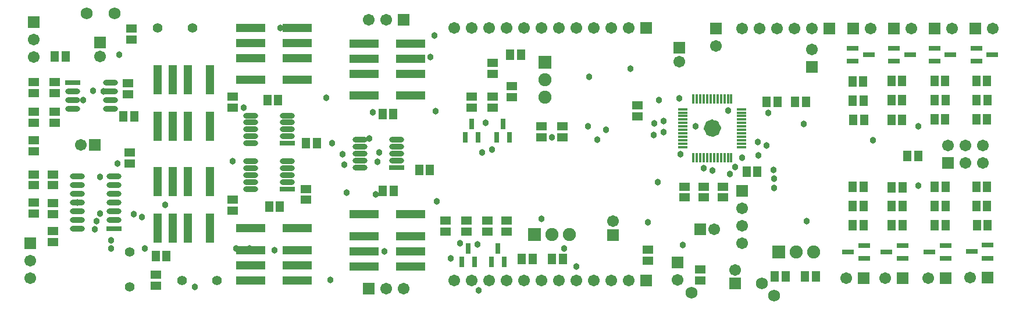
<source format=gts>
G04*
G04 #@! TF.GenerationSoftware,Altium Limited,Altium Designer,18.1.9 (240)*
G04*
G04 Layer_Color=8388736*
%FSLAX25Y25*%
%MOIN*%
G70*
G01*
G75*
%ADD15C,0.05000*%
%ADD16R,0.08674X0.03162*%
%ADD17O,0.08674X0.03162*%
%ADD18R,0.05800X0.01750*%
%ADD19R,0.01750X0.05800*%
%ADD20O,0.04737X0.04737*%
%ADD21O,0.08674X0.03084*%
%ADD22R,0.08674X0.03084*%
%ADD23R,0.05050X0.06000*%
%ADD24R,0.04737X0.05918*%
%ADD25R,0.04737X0.16548*%
%ADD26R,0.16548X0.04737*%
%ADD27R,0.06000X0.05050*%
%ADD28R,0.05918X0.04737*%
%ADD29R,0.06509X0.03162*%
%ADD30R,0.03162X0.06312*%
%ADD31C,0.06800*%
%ADD32C,0.07493*%
%ADD33R,0.07493X0.07493*%
%ADD34R,0.06706X0.06706*%
%ADD35C,0.06706*%
%ADD36R,0.06706X0.06706*%
%ADD37R,0.07493X0.07493*%
%ADD38C,0.05524*%
%ADD39C,0.03800*%
D15*
X404000Y104264D02*
G03*
X404000Y104264I-2500J0D01*
G01*
D16*
X34925Y130413D02*
D03*
D17*
Y125413D02*
D03*
Y120413D02*
D03*
Y115413D02*
D03*
X56500Y130413D02*
D03*
Y125413D02*
D03*
Y120413D02*
D03*
Y115413D02*
D03*
D18*
X418331Y115091D02*
D03*
Y113122D02*
D03*
Y111153D02*
D03*
Y107217D02*
D03*
Y109185D02*
D03*
Y105248D02*
D03*
Y103279D02*
D03*
Y99343D02*
D03*
Y101311D02*
D03*
Y97374D02*
D03*
Y95406D02*
D03*
Y93437D02*
D03*
X384669Y113122D02*
D03*
Y115091D02*
D03*
Y109185D02*
D03*
Y111153D02*
D03*
Y107217D02*
D03*
Y105248D02*
D03*
Y101311D02*
D03*
Y99343D02*
D03*
Y103279D02*
D03*
Y97374D02*
D03*
Y95406D02*
D03*
Y93437D02*
D03*
D19*
X412327Y121095D02*
D03*
X410358D02*
D03*
X406421D02*
D03*
X408390D02*
D03*
X402484D02*
D03*
X404453D02*
D03*
X410358Y87433D02*
D03*
X412327D02*
D03*
X408390D02*
D03*
X406421D02*
D03*
X404453D02*
D03*
X402484D02*
D03*
X398547Y121095D02*
D03*
X400516D02*
D03*
X392642D02*
D03*
X394610D02*
D03*
X390673D02*
D03*
X396579D02*
D03*
X400516Y87433D02*
D03*
X398547D02*
D03*
X396579D02*
D03*
X390673D02*
D03*
X394610D02*
D03*
X392642D02*
D03*
D20*
X401500Y104264D02*
D03*
D21*
X220421Y89638D02*
D03*
Y85701D02*
D03*
Y97512D02*
D03*
Y93575D02*
D03*
X199555Y97512D02*
D03*
Y93575D02*
D03*
Y89638D02*
D03*
Y85701D02*
D03*
Y81764D02*
D03*
X37500Y76559D02*
D03*
Y71559D02*
D03*
Y66559D02*
D03*
Y61559D02*
D03*
Y56559D02*
D03*
Y51559D02*
D03*
Y46559D02*
D03*
X58445Y76559D02*
D03*
Y71559D02*
D03*
Y66559D02*
D03*
Y61559D02*
D03*
Y56559D02*
D03*
Y51559D02*
D03*
X157831Y99638D02*
D03*
Y103575D02*
D03*
Y107512D02*
D03*
Y111449D02*
D03*
X136965Y95701D02*
D03*
Y99638D02*
D03*
Y103575D02*
D03*
Y107512D02*
D03*
Y111449D02*
D03*
X157831Y73390D02*
D03*
Y77327D02*
D03*
Y81264D02*
D03*
Y85201D02*
D03*
X136965Y69453D02*
D03*
Y73390D02*
D03*
Y77327D02*
D03*
Y81264D02*
D03*
Y85201D02*
D03*
D22*
X220421Y81764D02*
D03*
X58445Y46559D02*
D03*
X157831Y95701D02*
D03*
Y69453D02*
D03*
D23*
X239625Y80264D02*
D03*
X233375D02*
D03*
X519500Y88311D02*
D03*
X513250D02*
D03*
X488250Y48524D02*
D03*
X482000D02*
D03*
X488250Y59524D02*
D03*
X482000D02*
D03*
X488250Y70524D02*
D03*
X482000D02*
D03*
X510500Y48524D02*
D03*
X504250D02*
D03*
X510500Y59524D02*
D03*
X504250D02*
D03*
X510500Y70264D02*
D03*
X504250D02*
D03*
X535064Y48783D02*
D03*
X528814D02*
D03*
X535126Y59524D02*
D03*
X528876D02*
D03*
X535126Y70524D02*
D03*
X528876D02*
D03*
X559314Y48783D02*
D03*
X553064D02*
D03*
X558939Y59784D02*
D03*
X552689D02*
D03*
X558939Y70524D02*
D03*
X552689D02*
D03*
X528689Y131264D02*
D03*
X534939D02*
D03*
X528814Y120264D02*
D03*
X535064D02*
D03*
X528689Y109264D02*
D03*
X534939D02*
D03*
X552689Y131264D02*
D03*
X558939D02*
D03*
X552862Y120264D02*
D03*
X559112D02*
D03*
X552689Y109264D02*
D03*
X558939D02*
D03*
X482100Y109004D02*
D03*
X488350D02*
D03*
X481762Y131004D02*
D03*
X488012D02*
D03*
X481887Y120004D02*
D03*
X488137D02*
D03*
X504076Y120264D02*
D03*
X510326D02*
D03*
X504076Y109004D02*
D03*
X510326D02*
D03*
X504076Y131264D02*
D03*
X510326D02*
D03*
X30750Y145264D02*
D03*
X24500D02*
D03*
X454500Y19264D02*
D03*
X460750D02*
D03*
X443500D02*
D03*
X437250D02*
D03*
X455113Y119264D02*
D03*
X448863D02*
D03*
X421057Y79282D02*
D03*
X427307D02*
D03*
X438750Y119264D02*
D03*
X432500D02*
D03*
X298500Y29264D02*
D03*
X292250D02*
D03*
X309500D02*
D03*
X315750D02*
D03*
X285500Y146264D02*
D03*
X291750D02*
D03*
X88625Y30959D02*
D03*
X82375D02*
D03*
D24*
X174799Y95701D02*
D03*
X168500D02*
D03*
X212350Y112264D02*
D03*
X218650D02*
D03*
X146350Y120264D02*
D03*
X152650D02*
D03*
X153650Y59264D02*
D03*
X147350D02*
D03*
X218799Y68264D02*
D03*
X212500D02*
D03*
X70150Y111000D02*
D03*
X63850D02*
D03*
D25*
X113500Y131843D02*
D03*
X100902D02*
D03*
X92240D02*
D03*
X83579D02*
D03*
Y105307D02*
D03*
X92240D02*
D03*
X100902D02*
D03*
X113500D02*
D03*
Y73524D02*
D03*
X100902D02*
D03*
X92240D02*
D03*
X83579D02*
D03*
Y46988D02*
D03*
X92240D02*
D03*
X100902D02*
D03*
X113500D02*
D03*
D26*
X228421Y122867D02*
D03*
Y135466D02*
D03*
Y144127D02*
D03*
Y152788D02*
D03*
X201886D02*
D03*
Y144127D02*
D03*
Y135466D02*
D03*
Y122867D02*
D03*
Y54988D02*
D03*
Y42390D02*
D03*
Y33728D02*
D03*
Y25067D02*
D03*
X228421D02*
D03*
Y33728D02*
D03*
Y42390D02*
D03*
Y54988D02*
D03*
X136965Y46988D02*
D03*
Y34390D02*
D03*
Y25728D02*
D03*
Y17067D02*
D03*
X163500D02*
D03*
Y25728D02*
D03*
Y34390D02*
D03*
Y46988D02*
D03*
Y131843D02*
D03*
Y144441D02*
D03*
Y153102D02*
D03*
Y161764D02*
D03*
X136965D02*
D03*
Y153102D02*
D03*
Y144441D02*
D03*
Y131843D02*
D03*
D27*
X68500Y161264D02*
D03*
Y155014D02*
D03*
X23500Y77809D02*
D03*
Y71559D02*
D03*
X12500Y97264D02*
D03*
Y91014D02*
D03*
X66400Y123775D02*
D03*
Y130025D02*
D03*
X12500Y130538D02*
D03*
Y124288D02*
D03*
Y113538D02*
D03*
Y107288D02*
D03*
X24500Y130538D02*
D03*
Y124288D02*
D03*
Y113538D02*
D03*
Y107288D02*
D03*
X283500Y45014D02*
D03*
Y51264D02*
D03*
X394500Y17067D02*
D03*
Y23317D02*
D03*
X407500Y70809D02*
D03*
Y64559D02*
D03*
X385500Y70809D02*
D03*
Y64559D02*
D03*
X358500Y111014D02*
D03*
Y117264D02*
D03*
X396500Y64559D02*
D03*
Y70809D02*
D03*
X248500Y51264D02*
D03*
Y45014D02*
D03*
X272500Y51264D02*
D03*
Y45014D02*
D03*
X260500Y51264D02*
D03*
Y45014D02*
D03*
X364500Y34514D02*
D03*
Y28264D02*
D03*
X303500Y105389D02*
D03*
Y99139D02*
D03*
X315500Y105389D02*
D03*
Y99139D02*
D03*
X275500Y135264D02*
D03*
Y141514D02*
D03*
X286500Y122014D02*
D03*
Y128264D02*
D03*
X263500Y122264D02*
D03*
Y116014D02*
D03*
X275500Y122264D02*
D03*
Y116014D02*
D03*
X82500Y14014D02*
D03*
Y20264D02*
D03*
X23500Y61310D02*
D03*
Y55060D02*
D03*
Y45248D02*
D03*
Y38998D02*
D03*
X12500Y77809D02*
D03*
Y71559D02*
D03*
Y55309D02*
D03*
Y61559D02*
D03*
D28*
X168500Y63153D02*
D03*
Y69453D02*
D03*
X126500Y116114D02*
D03*
Y122413D02*
D03*
Y57114D02*
D03*
Y63413D02*
D03*
X67500Y83965D02*
D03*
Y90264D02*
D03*
D29*
X488350Y29524D02*
D03*
Y37004D02*
D03*
X479098Y33264D02*
D03*
X510500Y29524D02*
D03*
Y37004D02*
D03*
X501248Y33264D02*
D03*
X535126Y29524D02*
D03*
Y37004D02*
D03*
X525874Y33264D02*
D03*
X559314Y29783D02*
D03*
Y37264D02*
D03*
X550062Y33524D02*
D03*
X528689Y150004D02*
D03*
Y142524D02*
D03*
X537941Y146264D02*
D03*
X552689Y150004D02*
D03*
Y142524D02*
D03*
X561941Y146264D02*
D03*
X481973Y150004D02*
D03*
Y142524D02*
D03*
X491225Y146264D02*
D03*
X505450Y150004D02*
D03*
Y142524D02*
D03*
X514702Y146264D02*
D03*
D30*
X278500Y35264D02*
D03*
X282240Y27784D02*
D03*
X274760D02*
D03*
X261500Y35264D02*
D03*
X265240Y27784D02*
D03*
X257760D02*
D03*
X263500Y106565D02*
D03*
X267240Y99085D02*
D03*
X259760D02*
D03*
X281500Y106565D02*
D03*
X285240Y99085D02*
D03*
X277760D02*
D03*
D31*
X59000Y170000D02*
D03*
X43000D02*
D03*
X389350Y10000D02*
D03*
X437000Y8264D02*
D03*
X429783Y15264D02*
D03*
D32*
X459500Y33264D02*
D03*
X449500D02*
D03*
X319500Y43264D02*
D03*
X309500D02*
D03*
X305500Y121843D02*
D03*
Y131843D02*
D03*
D33*
X439500Y33264D02*
D03*
X299500Y43264D02*
D03*
D34*
X536500Y84264D02*
D03*
X47500Y94764D02*
D03*
X224500Y166264D02*
D03*
X204500Y12264D02*
D03*
X488137Y18264D02*
D03*
X510500D02*
D03*
X535126D02*
D03*
X559314Y18524D02*
D03*
X528689Y161264D02*
D03*
X552315D02*
D03*
X482225D02*
D03*
X505450D02*
D03*
X394610Y46264D02*
D03*
X468500Y161264D02*
D03*
X363500Y161764D02*
D03*
Y17067D02*
D03*
D35*
X536500Y94264D02*
D03*
X546500Y84264D02*
D03*
Y94264D02*
D03*
X556500Y84264D02*
D03*
Y94264D02*
D03*
X344500Y51012D02*
D03*
X12500Y145014D02*
D03*
Y155014D02*
D03*
X50500Y145390D02*
D03*
X39626Y94764D02*
D03*
X10500Y18264D02*
D03*
Y28264D02*
D03*
X204500Y166264D02*
D03*
X214500D02*
D03*
X224500Y12264D02*
D03*
X214500D02*
D03*
X478137Y18264D02*
D03*
X500500D02*
D03*
X525126D02*
D03*
X549314Y18524D02*
D03*
X538689Y161264D02*
D03*
X562315D02*
D03*
X492225D02*
D03*
X515450D02*
D03*
X381500Y17264D02*
D03*
X414500Y23138D02*
D03*
X402484Y46264D02*
D03*
X458500Y149264D02*
D03*
X418500Y161264D02*
D03*
X428500D02*
D03*
X438500D02*
D03*
X448500D02*
D03*
X458500D02*
D03*
X403500Y151264D02*
D03*
X382500Y142390D02*
D03*
X418500Y58264D02*
D03*
Y48264D02*
D03*
Y38264D02*
D03*
X353500Y161764D02*
D03*
X343500D02*
D03*
X333500D02*
D03*
X323500D02*
D03*
X313500D02*
D03*
X303500D02*
D03*
X293500D02*
D03*
X283500D02*
D03*
X273500D02*
D03*
X263500D02*
D03*
X253500D02*
D03*
X353500Y17067D02*
D03*
X343500D02*
D03*
X333500D02*
D03*
X323500D02*
D03*
X313500D02*
D03*
X303500D02*
D03*
X293500D02*
D03*
X283500D02*
D03*
X273500D02*
D03*
X263500D02*
D03*
X253500D02*
D03*
D36*
X344500Y43138D02*
D03*
X12500Y165014D02*
D03*
X50500Y153264D02*
D03*
X10500Y38264D02*
D03*
X381500Y27264D02*
D03*
X414500Y15264D02*
D03*
X458500Y139264D02*
D03*
X403500Y161264D02*
D03*
X382500Y150264D02*
D03*
X418500Y68264D02*
D03*
D37*
X305500Y141842D02*
D03*
D38*
X67500Y33264D02*
D03*
Y13264D02*
D03*
X83579Y161764D02*
D03*
X103579D02*
D03*
X97500Y17067D02*
D03*
X117500D02*
D03*
D39*
X453818Y106752D02*
D03*
X330961Y133500D02*
D03*
X242750Y114095D02*
D03*
X180250Y121750D02*
D03*
X105000Y13250D02*
D03*
X87750Y60177D02*
D03*
X133000Y116114D02*
D03*
X436695Y70000D02*
D03*
X37500Y61559D02*
D03*
X76174Y35264D02*
D03*
X368089Y107000D02*
D03*
X368000Y100480D02*
D03*
X414500Y82102D02*
D03*
X553064Y48783D02*
D03*
X528814D02*
D03*
X504250Y48524D02*
D03*
X482000D02*
D03*
X552689Y59784D02*
D03*
X528876Y59524D02*
D03*
X504250D02*
D03*
X482000D02*
D03*
X559112Y120264D02*
D03*
X558939Y131264D02*
D03*
X535064Y120264D02*
D03*
X488137Y120004D02*
D03*
X488012Y131004D02*
D03*
X510326Y131264D02*
D03*
X256953Y38406D02*
D03*
X292250Y30000D02*
D03*
X57000Y35264D02*
D03*
X218650Y112264D02*
D03*
X218799Y68264D02*
D03*
X443500Y19264D02*
D03*
X41000Y120413D02*
D03*
X63850Y111000D02*
D03*
X70000Y55060D02*
D03*
X12500Y55309D02*
D03*
X57000Y40000D02*
D03*
X88625Y30959D02*
D03*
X150500Y34390D02*
D03*
X316500Y35264D02*
D03*
X323500Y25004D02*
D03*
X303500Y52264D02*
D03*
X47500Y46390D02*
D03*
X48500Y51012D02*
D03*
X82500Y14014D02*
D03*
X438500Y119264D02*
D03*
X432500D02*
D03*
X436695Y75264D02*
D03*
X436374Y80264D02*
D03*
X455500Y51012D02*
D03*
X493500Y97264D02*
D03*
X396500Y64559D02*
D03*
X385500D02*
D03*
X163500Y144441D02*
D03*
X136965Y17067D02*
D03*
X136161Y35193D02*
D03*
X385500Y70809D02*
D03*
X433500Y113122D02*
D03*
X410358Y114239D02*
D03*
X391769Y105427D02*
D03*
X370800Y120164D02*
D03*
X382500Y121264D02*
D03*
X383324Y89257D02*
D03*
X358500Y117264D02*
D03*
X432500Y94226D02*
D03*
X427500Y96264D02*
D03*
X373500Y108264D02*
D03*
X354587Y138264D02*
D03*
X358500Y111014D02*
D03*
X396600Y81264D02*
D03*
X401400Y79825D02*
D03*
X411500Y77845D02*
D03*
X427927Y88710D02*
D03*
X370142Y73264D02*
D03*
X275500Y141514D02*
D03*
X267500Y11264D02*
D03*
X204976Y98264D02*
D03*
X128591Y35193D02*
D03*
X192000Y67264D02*
D03*
X242331Y157264D02*
D03*
X240000Y145014D02*
D03*
X153921Y161764D02*
D03*
X52500Y125264D02*
D03*
X418500Y87433D02*
D03*
X364500Y50264D02*
D03*
X384669Y37264D02*
D03*
X233375Y80264D02*
D03*
X168500Y95701D02*
D03*
Y69453D02*
D03*
X251500Y29524D02*
D03*
X266953Y37619D02*
D03*
X269500Y90264D02*
D03*
X275200Y91864D02*
D03*
X340500Y103279D02*
D03*
X335500Y97553D02*
D03*
X309500Y99139D02*
D03*
X330047Y105427D02*
D03*
X373500Y102017D02*
D03*
X61500Y146264D02*
D03*
X92240Y105307D02*
D03*
X60500Y83965D02*
D03*
X46500Y125701D02*
D03*
X23500Y61310D02*
D03*
Y77809D02*
D03*
X50500Y76264D02*
D03*
Y55309D02*
D03*
X74500Y53264D02*
D03*
X163500Y153102D02*
D03*
X182500Y17264D02*
D03*
X136965Y25728D02*
D03*
X213500Y33728D02*
D03*
X448863Y119264D02*
D03*
X519520Y105327D02*
D03*
X519500Y88311D02*
D03*
X519520Y71284D02*
D03*
X513250Y88311D02*
D03*
X534939Y131264D02*
D03*
X510326Y120264D02*
D03*
X271480Y107217D02*
D03*
X248500Y45014D02*
D03*
X243500Y62264D02*
D03*
X239625Y80264D02*
D03*
X126563Y85201D02*
D03*
X168500Y63153D02*
D03*
X183500Y95701D02*
D03*
X210500Y90264D02*
D03*
X209500Y85114D02*
D03*
X208500Y66358D02*
D03*
X206685Y113264D02*
D03*
X190500Y83264D02*
D03*
X189500Y89264D02*
D03*
M02*

</source>
